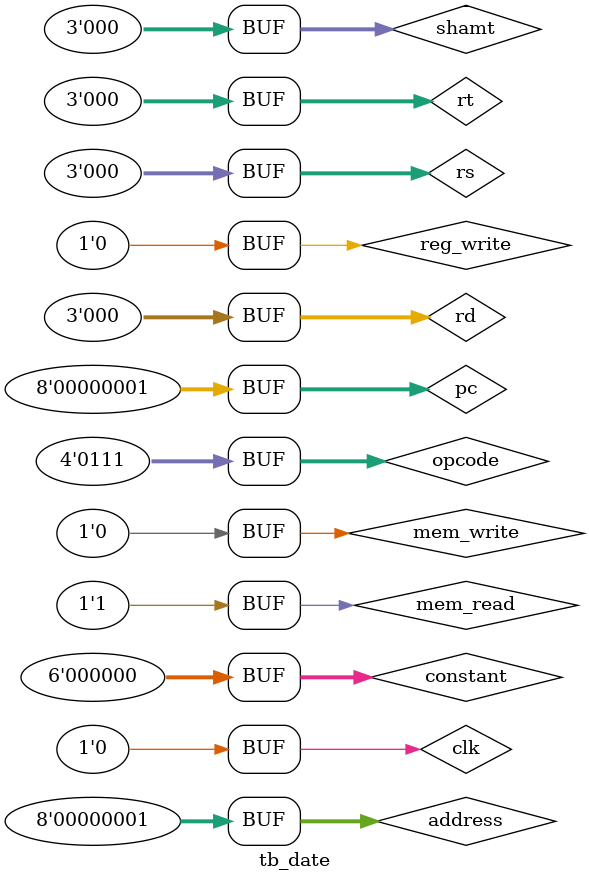
<source format=v>
`timescale 1ns / 1ps


module tb_date;

	// Inputs
	reg [3:0] opcode;
	reg [2:0] rd;
	reg [2:0] rs;
	reg [2:0] rt;
	reg [2:0] shamt;
	reg [5:0] constant;
	reg clk;
	reg [7:0] address;
	reg [7:0] pc;
	reg mem_read;
	reg mem_write;
	reg reg_write;

	// Outputs
	wire [15:0] rd_data;
	wire [15:0] rs_data;
	wire [15:0] rt_data;
	wire [7:0] pc_1;
	wire [15:0] hi_out;
	wire [15:0] lo_out;
	wire [15:0] rd_load;
	wire [31:0] TEMP;

	// Instantiate the Unit Under Test (UUT)
	DATAPATH uut (
		.opcode(opcode), 
		.rd(rd), 
		.rs(rs), 
		.rt(rt), 
		.shamt(shamt), 
		.constant(constant), 
		.clk(clk), 
		.rd_data(rd_data), 
		.rs_data(rs_data), 
		.rt_data(rt_data), 
		.address(address), 
		.pc(pc), 
		.pc_1(pc_1), 
		.mem_read(mem_read), 
		.mem_write(mem_write), 
		.hi_out(hi_out), 
		.lo_out(lo_out), 
		.reg_write(reg_write), 
		.rd_load(rd_load), 
		.TEMP(TEMP)
	);

	initial begin
		// Initialize Inputs
		opcode = 0;
		rd = 0;
		rs = 0;
		rt = 0;
		shamt = 0;
		constant = 0;
		clk = 0;
		address = 0;
		pc = 0;
		mem_read = 0;
		mem_write = 0;
		reg_write = 0;

		// Wait 100 ns for global reset to finish
		#100;
		opcode = 7;
		rd = 0;
		rs = 0;
		rt = 0;
		shamt = 0;
		constant = 0;
		clk = 0;
		address = 1;
		pc = 1;
		mem_read = 1;
		mem_write = 0;
		reg_write = 0;

        
		// Add stimulus here

	end
      
endmodule


</source>
